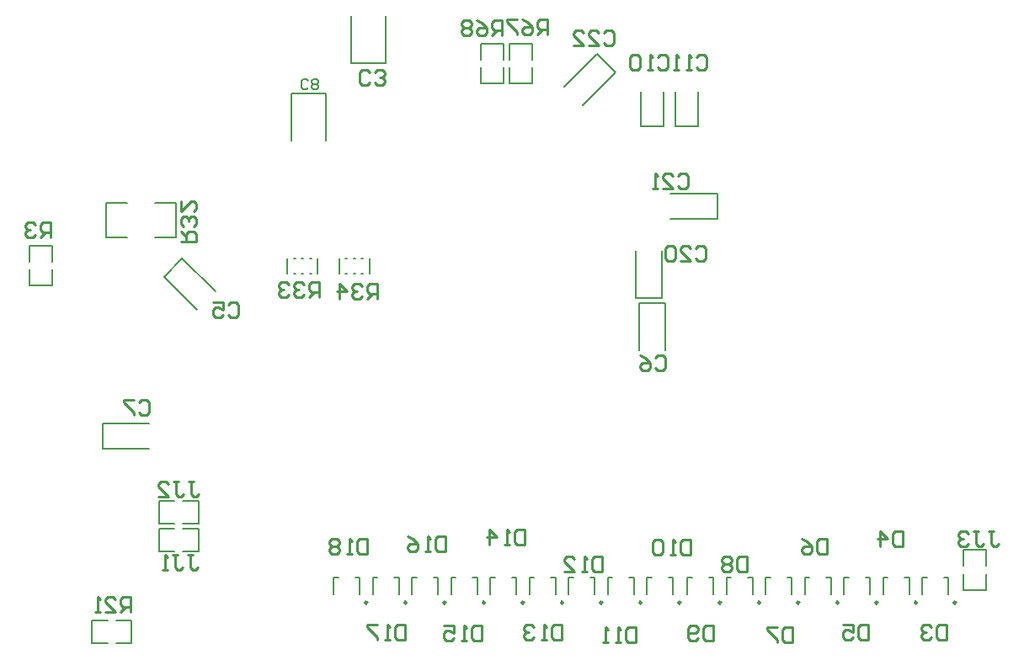
<source format=gbo>
%FSLAX23Y23*%
%MOIN*%
G70*
G01*
G75*
%ADD10C,0.010*%
%ADD11R,0.039X0.033*%
%ADD12R,0.039X0.033*%
%ADD13R,0.037X0.035*%
%ADD14R,0.037X0.035*%
%ADD15R,0.059X0.051*%
%ADD16R,0.085X0.024*%
%ADD17R,0.106X0.071*%
%ADD18R,0.049X0.014*%
%ADD19R,0.035X0.037*%
%ADD20R,0.035X0.037*%
%ADD21R,0.047X0.087*%
%ADD22R,0.047X0.087*%
%ADD23R,0.134X0.087*%
%ADD24R,0.018X0.035*%
%ADD25R,0.053X0.014*%
%ADD26R,0.087X0.024*%
%ADD27R,0.087X0.024*%
%ADD28R,0.063X0.012*%
%ADD29R,0.012X0.063*%
%ADD30R,0.035X0.018*%
%ADD31R,0.106X0.071*%
%ADD32R,0.051X0.059*%
%ADD33R,0.106X0.063*%
%ADD34R,0.063X0.071*%
%ADD35R,0.100X0.100*%
%ADD36R,0.063X0.071*%
%ADD37R,0.077X0.124*%
%ADD38R,0.120X0.220*%
%ADD39R,0.150X0.114*%
%ADD40C,0.020*%
%ADD41C,0.040*%
%ADD42C,0.060*%
%ADD43C,0.030*%
%ADD44C,0.050*%
%ADD45C,0.023*%
%ADD46C,0.080*%
%ADD47C,0.011*%
%ADD48C,0.013*%
%ADD49C,0.016*%
%ADD50C,0.047*%
%ADD51C,0.025*%
%ADD52R,0.262X0.237*%
%ADD53C,0.060*%
%ADD54C,0.059*%
%ADD55C,0.240*%
%ADD56C,0.280*%
%ADD57C,0.059*%
%ADD58O,0.157X0.079*%
%ADD59O,0.079X0.157*%
%ADD60O,0.079X0.177*%
%ADD61O,0.050X0.060*%
%ADD62O,0.060X0.055*%
%ADD63O,0.060X0.050*%
%ADD64O,0.039X0.067*%
%ADD65R,0.059X0.059*%
%ADD66R,0.059X0.059*%
%ADD67C,0.050*%
%ADD68R,0.071X0.106*%
%ADD69R,0.071X0.063*%
%ADD70R,0.071X0.063*%
%ADD71C,0.039*%
%ADD72C,0.070*%
%ADD73C,0.010*%
%ADD74C,0.008*%
%ADD75C,0.008*%
%ADD76C,0.006*%
%ADD77C,0.012*%
%ADD78C,0.006*%
D10*
X2735Y2820D02*
Y2880D01*
X2705D01*
X2695Y2870D01*
Y2850D01*
X2705Y2840D01*
X2735D01*
X2715D02*
X2695Y2820D01*
X2675Y2870D02*
X2665Y2880D01*
X2645D01*
X2635Y2870D01*
Y2860D01*
X2645Y2850D01*
X2655D01*
X2645D01*
X2635Y2840D01*
Y2830D01*
X2645Y2820D01*
X2665D01*
X2675Y2830D01*
X2585Y2820D02*
Y2880D01*
X2615Y2850D01*
X2575D01*
X2505Y2825D02*
Y2885D01*
X2475D01*
X2465Y2875D01*
Y2855D01*
X2475Y2845D01*
X2505D01*
X2485D02*
X2465Y2825D01*
X2445Y2875D02*
X2435Y2885D01*
X2415D01*
X2405Y2875D01*
Y2865D01*
X2415Y2855D01*
X2425D01*
X2415D01*
X2405Y2845D01*
Y2835D01*
X2415Y2825D01*
X2435D01*
X2445Y2835D01*
X2385Y2875D02*
X2375Y2885D01*
X2355D01*
X2345Y2875D01*
Y2865D01*
X2355Y2855D01*
X2365D01*
X2355D01*
X2345Y2845D01*
Y2835D01*
X2355Y2825D01*
X2375D01*
X2385Y2835D01*
X3633Y3873D02*
X3643Y3883D01*
X3663D01*
X3673Y3873D01*
Y3833D01*
X3663Y3823D01*
X3643D01*
X3633Y3833D01*
X3573Y3823D02*
X3613D01*
X3573Y3863D01*
Y3873D01*
X3583Y3883D01*
X3603D01*
X3613Y3873D01*
X3513Y3823D02*
X3553D01*
X3513Y3863D01*
Y3873D01*
X3523Y3883D01*
X3543D01*
X3553Y3873D01*
X3925Y3305D02*
X3935Y3315D01*
X3955D01*
X3965Y3305D01*
Y3265D01*
X3955Y3255D01*
X3935D01*
X3925Y3265D01*
X3865Y3255D02*
X3905D01*
X3865Y3295D01*
Y3305D01*
X3875Y3315D01*
X3895D01*
X3905Y3305D01*
X3845Y3255D02*
X3825D01*
X3835D01*
Y3315D01*
X3845Y3305D01*
X3845Y3775D02*
X3855Y3785D01*
X3875D01*
X3885Y3775D01*
Y3735D01*
X3875Y3725D01*
X3855D01*
X3845Y3735D01*
X3825Y3725D02*
X3805D01*
X3815D01*
Y3785D01*
X3825Y3775D01*
X3775D02*
X3765Y3785D01*
X3745D01*
X3735Y3775D01*
Y3735D01*
X3745Y3725D01*
X3765D01*
X3775Y3735D01*
Y3775D01*
X4000D02*
X4010Y3785D01*
X4030D01*
X4040Y3775D01*
Y3735D01*
X4030Y3725D01*
X4010D01*
X4000Y3735D01*
X3980Y3725D02*
X3960D01*
X3970D01*
Y3785D01*
X3980Y3775D01*
X3930Y3725D02*
X3910D01*
X3920D01*
Y3785D01*
X3930Y3775D01*
X3835Y2585D02*
X3845Y2595D01*
X3865D01*
X3875Y2585D01*
Y2545D01*
X3865Y2535D01*
X3845D01*
X3835Y2545D01*
X3775Y2595D02*
X3795Y2585D01*
X3815Y2565D01*
Y2545D01*
X3805Y2535D01*
X3785D01*
X3775Y2545D01*
Y2555D01*
X3785Y2565D01*
X3815D01*
X3995Y3020D02*
X4005Y3030D01*
X4025D01*
X4035Y3020D01*
Y2980D01*
X4025Y2970D01*
X4005D01*
X3995Y2980D01*
X3935Y2970D02*
X3975D01*
X3935Y3010D01*
Y3020D01*
X3945Y3030D01*
X3965D01*
X3975Y3020D01*
X3915D02*
X3905Y3030D01*
X3885D01*
X3875Y3020D01*
Y2980D01*
X3885Y2970D01*
X3905D01*
X3915Y2980D01*
Y3020D01*
X2145Y2795D02*
X2155Y2805D01*
X2175D01*
X2185Y2795D01*
Y2755D01*
X2175Y2745D01*
X2155D01*
X2145Y2755D01*
X2085Y2805D02*
X2125D01*
Y2775D01*
X2105Y2785D01*
X2095D01*
X2085Y2775D01*
Y2755D01*
X2095Y2745D01*
X2115D01*
X2125Y2755D01*
X1791Y2410D02*
X1801Y2420D01*
X1821D01*
X1831Y2410D01*
Y2370D01*
X1821Y2360D01*
X1801D01*
X1791Y2370D01*
X1771Y2420D02*
X1731D01*
Y2410D01*
X1771Y2370D01*
Y2360D01*
X1758Y1579D02*
Y1639D01*
X1728D01*
X1718Y1629D01*
Y1609D01*
X1728Y1599D01*
X1758D01*
X1738D02*
X1718Y1579D01*
X1658D02*
X1698D01*
X1658Y1619D01*
Y1629D01*
X1668Y1639D01*
X1688D01*
X1698Y1629D01*
X1638Y1579D02*
X1618D01*
X1628D01*
Y1639D01*
X1638Y1629D01*
X4065Y1525D02*
Y1465D01*
X4035D01*
X4025Y1475D01*
Y1515D01*
X4035Y1525D01*
X4065D01*
X4005Y1475D02*
X3995Y1465D01*
X3975D01*
X3965Y1475D01*
Y1515D01*
X3975Y1525D01*
X3995D01*
X4005Y1515D01*
Y1505D01*
X3995Y1495D01*
X3965D01*
X3625Y1800D02*
Y1740D01*
X3595D01*
X3585Y1750D01*
Y1790D01*
X3595Y1800D01*
X3625D01*
X3565Y1740D02*
X3545D01*
X3555D01*
Y1800D01*
X3565Y1790D01*
X3475Y1740D02*
X3515D01*
X3475Y1780D01*
Y1790D01*
X3485Y1800D01*
X3505D01*
X3515Y1790D01*
X3465Y1530D02*
Y1470D01*
X3435D01*
X3425Y1480D01*
Y1520D01*
X3435Y1530D01*
X3465D01*
X3405Y1470D02*
X3385D01*
X3395D01*
Y1530D01*
X3405Y1520D01*
X3355D02*
X3345Y1530D01*
X3325D01*
X3315Y1520D01*
Y1510D01*
X3325Y1500D01*
X3335D01*
X3325D01*
X3315Y1490D01*
Y1480D01*
X3325Y1470D01*
X3345D01*
X3355Y1480D01*
X3320Y1905D02*
Y1845D01*
X3290D01*
X3280Y1855D01*
Y1895D01*
X3290Y1905D01*
X3320D01*
X3260Y1845D02*
X3240D01*
X3250D01*
Y1905D01*
X3260Y1895D01*
X3180Y1845D02*
Y1905D01*
X3210Y1875D01*
X3170D01*
X3150Y1525D02*
Y1465D01*
X3120D01*
X3110Y1475D01*
Y1515D01*
X3120Y1525D01*
X3150D01*
X3090Y1465D02*
X3070D01*
X3080D01*
Y1525D01*
X3090Y1515D01*
X3000Y1525D02*
X3040D01*
Y1495D01*
X3020Y1505D01*
X3010D01*
X3000Y1495D01*
Y1475D01*
X3010Y1465D01*
X3030D01*
X3040Y1475D01*
X2845Y1530D02*
Y1470D01*
X2815D01*
X2805Y1480D01*
Y1520D01*
X2815Y1530D01*
X2845D01*
X2785Y1470D02*
X2765D01*
X2775D01*
Y1530D01*
X2785Y1520D01*
X2735Y1530D02*
X2695D01*
Y1520D01*
X2735Y1480D01*
Y1470D01*
X2695Y1870D02*
Y1810D01*
X2665D01*
X2655Y1820D01*
Y1860D01*
X2665Y1870D01*
X2695D01*
X2635Y1810D02*
X2615D01*
X2625D01*
Y1870D01*
X2635Y1860D01*
X2585D02*
X2575Y1870D01*
X2555D01*
X2545Y1860D01*
Y1850D01*
X2555Y1840D01*
X2545Y1830D01*
Y1820D01*
X2555Y1810D01*
X2575D01*
X2585Y1820D01*
Y1830D01*
X2575Y1840D01*
X2585Y1850D01*
Y1860D01*
X2575Y1840D02*
X2555D01*
X4515Y1870D02*
Y1810D01*
X4485D01*
X4475Y1820D01*
Y1860D01*
X4485Y1870D01*
X4515D01*
X4415D02*
X4435Y1860D01*
X4455Y1840D01*
Y1820D01*
X4445Y1810D01*
X4425D01*
X4415Y1820D01*
Y1830D01*
X4425Y1840D01*
X4455D01*
X4380Y1520D02*
Y1460D01*
X4350D01*
X4340Y1470D01*
Y1510D01*
X4350Y1520D01*
X4380D01*
X4320D02*
X4280D01*
Y1510D01*
X4320Y1470D01*
Y1460D01*
X4200Y1800D02*
Y1740D01*
X4170D01*
X4160Y1750D01*
Y1790D01*
X4170Y1800D01*
X4200D01*
X4140Y1790D02*
X4130Y1800D01*
X4110D01*
X4100Y1790D01*
Y1780D01*
X4110Y1770D01*
X4100Y1760D01*
Y1750D01*
X4110Y1740D01*
X4130D01*
X4140Y1750D01*
Y1760D01*
X4130Y1770D01*
X4140Y1780D01*
Y1790D01*
X4130Y1770D02*
X4110D01*
X1985Y1805D02*
X2005D01*
X1995D01*
Y1755D01*
X2005Y1745D01*
X2015D01*
X2025Y1755D01*
X1925Y1805D02*
X1945D01*
X1935D01*
Y1755D01*
X1945Y1745D01*
X1955D01*
X1965Y1755D01*
X1905Y1745D02*
X1885D01*
X1895D01*
Y1805D01*
X1905Y1795D01*
X1990Y2095D02*
X2010D01*
X2000D01*
Y2045D01*
X2010Y2035D01*
X2020D01*
X2030Y2045D01*
X1930Y2095D02*
X1950D01*
X1940D01*
Y2045D01*
X1950Y2035D01*
X1960D01*
X1970Y2045D01*
X1870Y2035D02*
X1910D01*
X1870Y2075D01*
Y2085D01*
X1880Y2095D01*
X1900D01*
X1910Y2085D01*
X4990Y1530D02*
Y1470D01*
X4960D01*
X4950Y1480D01*
Y1520D01*
X4960Y1530D01*
X4990D01*
X4930Y1520D02*
X4920Y1530D01*
X4900D01*
X4890Y1520D01*
Y1510D01*
X4900Y1500D01*
X4910D01*
X4900D01*
X4890Y1490D01*
Y1480D01*
X4900Y1470D01*
X4920D01*
X4930Y1480D01*
X4815Y1900D02*
Y1840D01*
X4785D01*
X4775Y1850D01*
Y1890D01*
X4785Y1900D01*
X4815D01*
X4725Y1840D02*
Y1900D01*
X4755Y1870D01*
X4715D01*
X4680Y1530D02*
Y1470D01*
X4650D01*
X4640Y1480D01*
Y1520D01*
X4650Y1530D01*
X4680D01*
X4580D02*
X4620D01*
Y1500D01*
X4600Y1510D01*
X4590D01*
X4580Y1500D01*
Y1480D01*
X4590Y1470D01*
X4610D01*
X4620Y1480D01*
X3975Y1865D02*
Y1805D01*
X3945D01*
X3935Y1815D01*
Y1855D01*
X3945Y1865D01*
X3975D01*
X3915Y1805D02*
X3895D01*
X3905D01*
Y1865D01*
X3915Y1855D01*
X3865D02*
X3855Y1865D01*
X3835D01*
X3825Y1855D01*
Y1815D01*
X3835Y1805D01*
X3855D01*
X3865Y1815D01*
Y1855D01*
X3760Y1520D02*
Y1460D01*
X3730D01*
X3720Y1470D01*
Y1510D01*
X3730Y1520D01*
X3760D01*
X3700Y1460D02*
X3680D01*
X3690D01*
Y1520D01*
X3700Y1510D01*
X3650Y1460D02*
X3630D01*
X3640D01*
Y1520D01*
X3650Y1510D01*
X1960Y3045D02*
X2020D01*
Y3075D01*
X2010Y3085D01*
X1990D01*
X1980Y3075D01*
Y3045D01*
Y3065D02*
X1960Y3085D01*
X2010Y3105D02*
X2020Y3115D01*
Y3135D01*
X2010Y3145D01*
X2000D01*
X1990Y3135D01*
Y3125D01*
Y3135D01*
X1980Y3145D01*
X1970D01*
X1960Y3135D01*
Y3115D01*
X1970Y3105D01*
X1960Y3205D02*
Y3165D01*
X2000Y3205D01*
X2010D01*
X2020Y3195D01*
Y3175D01*
X2010Y3165D01*
X2705Y3675D02*
X2695Y3665D01*
X2675D01*
X2665Y3675D01*
Y3715D01*
X2675Y3725D01*
X2695D01*
X2705Y3715D01*
X2725Y3675D02*
X2735Y3665D01*
X2755D01*
X2765Y3675D01*
Y3685D01*
X2755Y3695D01*
X2745D01*
X2755D01*
X2765Y3705D01*
Y3715D01*
X2755Y3725D01*
X2735D01*
X2725Y3715D01*
X3005Y1880D02*
Y1820D01*
X2975D01*
X2965Y1830D01*
Y1870D01*
X2975Y1880D01*
X3005D01*
X2945Y1820D02*
X2925D01*
X2935D01*
Y1880D01*
X2945Y1870D01*
X2855Y1880D02*
X2875Y1870D01*
X2895Y1850D01*
Y1830D01*
X2885Y1820D01*
X2865D01*
X2855Y1830D01*
Y1840D01*
X2865Y1850D01*
X2895D01*
X1444Y3063D02*
Y3123D01*
X1414D01*
X1404Y3113D01*
Y3093D01*
X1414Y3083D01*
X1444D01*
X1424D02*
X1404Y3063D01*
X1384Y3113D02*
X1374Y3123D01*
X1354D01*
X1344Y3113D01*
Y3103D01*
X1354Y3093D01*
X1364D01*
X1354D01*
X1344Y3083D01*
Y3073D01*
X1354Y3063D01*
X1374D01*
X1384Y3073D01*
X3410Y3865D02*
Y3925D01*
X3380D01*
X3370Y3915D01*
Y3895D01*
X3380Y3885D01*
X3410D01*
X3390D02*
X3370Y3865D01*
X3310Y3925D02*
X3330Y3915D01*
X3350Y3895D01*
Y3875D01*
X3340Y3865D01*
X3320D01*
X3310Y3875D01*
Y3885D01*
X3320Y3895D01*
X3350D01*
X3290Y3925D02*
X3250D01*
Y3915D01*
X3290Y3875D01*
Y3865D01*
X3229Y3863D02*
Y3923D01*
X3199D01*
X3189Y3913D01*
Y3893D01*
X3199Y3883D01*
X3229D01*
X3209D02*
X3189Y3863D01*
X3129Y3923D02*
X3149Y3913D01*
X3169Y3893D01*
Y3873D01*
X3159Y3863D01*
X3139D01*
X3129Y3873D01*
Y3883D01*
X3139Y3893D01*
X3169D01*
X3109Y3913D02*
X3099Y3923D01*
X3079D01*
X3069Y3913D01*
Y3903D01*
X3079Y3893D01*
X3069Y3883D01*
Y3873D01*
X3079Y3863D01*
X3099D01*
X3109Y3873D01*
Y3883D01*
X3099Y3893D01*
X3109Y3903D01*
Y3913D01*
X3099Y3893D02*
X3079D01*
X5155Y1900D02*
X5175D01*
X5165D01*
Y1850D01*
X5175Y1840D01*
X5185D01*
X5195Y1850D01*
X5095Y1900D02*
X5115D01*
X5105D01*
Y1850D01*
X5115Y1840D01*
X5125D01*
X5135Y1850D01*
X5075Y1890D02*
X5065Y1900D01*
X5045D01*
X5035Y1890D01*
Y1880D01*
X5045Y1870D01*
X5055D01*
X5045D01*
X5035Y1860D01*
Y1850D01*
X5045Y1840D01*
X5065D01*
X5075Y1850D01*
D73*
X3007Y1616D02*
G03*
X3007Y1616I-5J0D01*
G01*
X3782D02*
G03*
X3782Y1616I-5J0D01*
G01*
X3937D02*
G03*
X3937Y1616I-5J0D01*
G01*
X4717D02*
G03*
X4717Y1616I-5J0D01*
G01*
X4872D02*
G03*
X4872Y1616I-5J0D01*
G01*
X5027D02*
G03*
X5027Y1616I-5J0D01*
G01*
X4252D02*
G03*
X4252Y1616I-5J0D01*
G01*
X4407D02*
G03*
X4407Y1616I-5J0D01*
G01*
X4562D02*
G03*
X4562Y1616I-5J0D01*
G01*
X2697D02*
G03*
X2697Y1616I-5J0D01*
G01*
X2852D02*
G03*
X2852Y1616I-5J0D01*
G01*
X3162D02*
G03*
X3162Y1616I-5J0D01*
G01*
X3317D02*
G03*
X3317Y1616I-5J0D01*
G01*
X3472D02*
G03*
X3472Y1616I-5J0D01*
G01*
X3627D02*
G03*
X3627Y1616I-5J0D01*
G01*
X4097D02*
G03*
X4097Y1616I-5J0D01*
G01*
D74*
X5145Y1666D02*
Y1729D01*
Y1761D02*
Y1824D01*
X5055Y1666D02*
Y1729D01*
Y1761D02*
Y1824D01*
Y1666D02*
X5145D01*
X5055Y1824D02*
X5145D01*
X3235Y3671D02*
Y3734D01*
Y3766D02*
Y3829D01*
X3145Y3671D02*
Y3734D01*
Y3766D02*
Y3829D01*
Y3671D02*
X3235D01*
X3145Y3829D02*
X3235D01*
X3350Y3671D02*
Y3734D01*
Y3766D02*
Y3829D01*
X3260Y3671D02*
Y3734D01*
Y3766D02*
Y3829D01*
Y3671D02*
X3350D01*
X3260Y3829D02*
X3350D01*
X1360Y2871D02*
X1450D01*
X1360Y3029D02*
X1450D01*
Y2871D02*
Y2934D01*
Y2966D02*
Y3029D01*
X1360Y2871D02*
Y2934D01*
Y2966D02*
Y3029D01*
X2874Y1650D02*
Y1714D01*
X2976Y1650D02*
Y1714D01*
X2958D02*
X2976D01*
X2874D02*
X2892D01*
X2769Y3753D02*
Y3938D01*
X2631Y3753D02*
Y3938D01*
Y3753D02*
X2769D01*
X1662Y3061D02*
X1745D01*
X1855D02*
X1938D01*
X1662Y3199D02*
X1745D01*
X1855D02*
X1938D01*
X1662Y3061D02*
Y3199D01*
X1938Y3061D02*
Y3199D01*
X3649Y1650D02*
Y1714D01*
X3751Y1650D02*
Y1714D01*
X3733D02*
X3751D01*
X3649D02*
X3667D01*
X3804Y1650D02*
Y1714D01*
X3906Y1650D02*
Y1714D01*
X3888D02*
X3906D01*
X3804D02*
X3822D01*
X4584Y1650D02*
Y1714D01*
X4686Y1650D02*
Y1714D01*
X4668D02*
X4686D01*
X4584D02*
X4602D01*
X4739Y1650D02*
Y1714D01*
X4841Y1650D02*
Y1714D01*
X4823D02*
X4841D01*
X4739D02*
X4757D01*
X4894Y1650D02*
Y1714D01*
X4996Y1650D02*
Y1714D01*
X4978D02*
X4996D01*
X4894D02*
X4912D01*
X1871Y1930D02*
X1934D01*
X1966D02*
X2029D01*
X1871Y2020D02*
X1934D01*
X1966D02*
X2029D01*
X1871Y1930D02*
Y2020D01*
X2029Y1930D02*
Y2020D01*
X1871Y1820D02*
X1934D01*
X1966D02*
X2029D01*
X1871Y1910D02*
X1934D01*
X1966D02*
X2029D01*
X1871Y1820D02*
Y1910D01*
X2029Y1820D02*
Y1910D01*
X4119Y1714D02*
X4137D01*
X4203D02*
X4221D01*
Y1650D02*
Y1714D01*
X4119Y1650D02*
Y1714D01*
X4274D02*
X4292D01*
X4358D02*
X4376D01*
Y1650D02*
Y1714D01*
X4274Y1650D02*
Y1714D01*
X4429D02*
X4447D01*
X4513D02*
X4531D01*
Y1650D02*
Y1714D01*
X4429Y1650D02*
Y1714D01*
X2564Y1650D02*
Y1714D01*
X2666Y1650D02*
Y1714D01*
X2648D02*
X2666D01*
X2564D02*
X2582D01*
X2719Y1650D02*
Y1714D01*
X2821Y1650D02*
Y1714D01*
X2803D02*
X2821D01*
X2719D02*
X2737D01*
X3029Y1650D02*
Y1714D01*
X3131Y1650D02*
Y1714D01*
X3113D02*
X3131D01*
X3029D02*
X3047D01*
X3184Y1650D02*
Y1714D01*
X3286Y1650D02*
Y1714D01*
X3268D02*
X3286D01*
X3184D02*
X3202D01*
X3339Y1650D02*
Y1714D01*
X3441Y1650D02*
Y1714D01*
X3423D02*
X3441D01*
X3339D02*
X3357D01*
X3494Y1650D02*
Y1714D01*
X3596Y1650D02*
Y1714D01*
X3578D02*
X3596D01*
X3494D02*
X3512D01*
X3964Y1650D02*
Y1714D01*
X4066Y1650D02*
Y1714D01*
X4048D02*
X4066D01*
X3964D02*
X3982D01*
X1606Y1455D02*
X1669D01*
X1701D02*
X1764D01*
X1606Y1545D02*
X1669D01*
X1701D02*
X1764D01*
X1606Y1455D02*
Y1545D01*
X1764Y1455D02*
Y1545D01*
X1648Y2224D02*
X1833D01*
X1648Y2326D02*
X1833D01*
X1648Y2224D02*
Y2326D01*
X1891Y2906D02*
X2022Y2775D01*
X1964Y2979D02*
X2095Y2848D01*
X1891Y2906D02*
X1964Y2979D01*
X3759Y2823D02*
X3861D01*
X3759D02*
Y3008D01*
X3861Y2823D02*
Y3008D01*
X3774Y2617D02*
Y2802D01*
X3876Y2617D02*
Y2802D01*
X3774D02*
X3876D01*
X2396Y3447D02*
Y3632D01*
X2534Y3447D02*
Y3632D01*
X2396D02*
X2534D01*
X4005Y3501D02*
Y3639D01*
X3915Y3501D02*
Y3639D01*
Y3501D02*
X4005D01*
X3870Y3501D02*
Y3639D01*
X3780Y3501D02*
Y3639D01*
Y3501D02*
X3870D01*
X3897Y3236D02*
X4082D01*
X3897Y3134D02*
X4082D01*
Y3236D01*
X3475Y3658D02*
X3606Y3789D01*
X3548Y3585D02*
X3679Y3716D01*
X3606Y3789D02*
X3679Y3716D01*
D75*
X2462Y3655D02*
X2455Y3648D01*
X2442D01*
X2435Y3655D01*
Y3681D01*
X2442Y3688D01*
X2455D01*
X2462Y3681D01*
X2475Y3655D02*
X2482Y3648D01*
X2495D01*
X2502Y3655D01*
Y3661D01*
X2495Y3668D01*
X2502Y3675D01*
Y3681D01*
X2495Y3688D01*
X2482D01*
X2475Y3681D01*
Y3675D01*
X2482Y3668D01*
X2475Y3661D01*
Y3655D01*
X2482Y3668D02*
X2495D01*
D76*
X2468Y2920D02*
X2475D01*
X2405D02*
X2412D01*
X2436D02*
X2444D01*
X2500D02*
Y2980D01*
X2468D02*
X2475D01*
X2436D02*
X2444D01*
X2405D02*
X2412D01*
X2380Y2920D02*
Y2980D01*
X2673Y2920D02*
X2680D01*
X2610D02*
X2617D01*
X2641D02*
X2649D01*
X2705D02*
Y2980D01*
X2673D02*
X2680D01*
X2641D02*
X2649D01*
X2610D02*
X2617D01*
X2585Y2920D02*
Y2980D01*
M02*

</source>
